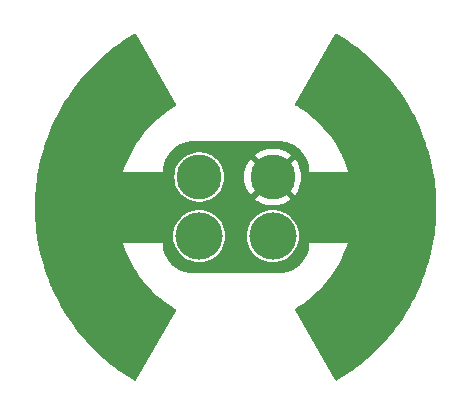
<source format=gbr>
%TF.GenerationSoftware,KiCad,Pcbnew,(7.0.0)*%
%TF.CreationDate,2024-02-03T20:29:28+01:00*%
%TF.ProjectId,Helios_emt,48656c69-6f73-45f6-956d-742e6b696361,rev?*%
%TF.SameCoordinates,PX9d5b340PY5f5e100*%
%TF.FileFunction,Copper,L2,Bot*%
%TF.FilePolarity,Positive*%
%FSLAX46Y46*%
G04 Gerber Fmt 4.6, Leading zero omitted, Abs format (unit mm)*
G04 Created by KiCad (PCBNEW (7.0.0)) date 2024-02-03 20:29:28*
%MOMM*%
%LPD*%
G01*
G04 APERTURE LIST*
%TA.AperFunction,ComponentPad*%
%ADD10C,3.800000*%
%TD*%
%TA.AperFunction,ComponentPad*%
%ADD11C,4.000000*%
%TD*%
G04 APERTURE END LIST*
D10*
%TO.P,J2,1,Pin_1*%
%TO.N,GND*%
X3148000Y2551000D03*
D11*
%TO.P,J2,2,Pin_2*%
%TO.N,VCC*%
X3148000Y-2449000D03*
%TD*%
D10*
%TO.P,J1,1,Pin_1*%
%TO.N,unconnected-(J1-Pin_1-Pad1)*%
X-3075000Y2551000D03*
D11*
%TO.P,J1,2,Pin_2*%
%TO.N,unconnected-(J1-Pin_2-Pad2)*%
X-3075000Y-2449000D03*
%TD*%
%TA.AperFunction,Conductor*%
%TO.N,GND*%
G36*
X-8470778Y14663472D02*
G01*
X-8423832Y14616821D01*
X-5261307Y9128910D01*
X-5037825Y8741103D01*
X-5020995Y8678089D01*
X-5037927Y8615102D01*
X-5084085Y8569020D01*
X-5219382Y8491055D01*
X-5219403Y8491043D01*
X-5220939Y8490157D01*
X-5222427Y8489183D01*
X-5222439Y8489175D01*
X-5695353Y8179421D01*
X-5695380Y8179403D01*
X-5696846Y8178442D01*
X-5698269Y8177390D01*
X-5698288Y8177376D01*
X-6152742Y7841156D01*
X-6152760Y7841143D01*
X-6154194Y7840081D01*
X-6155551Y7838952D01*
X-6155580Y7838929D01*
X-6590106Y7477330D01*
X-6590132Y7477308D01*
X-6591490Y7476177D01*
X-6592801Y7474954D01*
X-6592810Y7474945D01*
X-7005994Y7089147D01*
X-7007312Y7087916D01*
X-7008536Y7086636D01*
X-7008551Y7086620D01*
X-7399070Y6677854D01*
X-7400304Y6676562D01*
X-7401457Y6675210D01*
X-7401469Y6675195D01*
X-7768010Y6244836D01*
X-7768031Y6244811D01*
X-7769185Y6243455D01*
X-7770275Y6242018D01*
X-7770281Y6242009D01*
X-8111662Y5791450D01*
X-8111672Y5791437D01*
X-8112754Y5790008D01*
X-8113760Y5788511D01*
X-8113762Y5788507D01*
X-8428898Y5319178D01*
X-8428916Y5319152D01*
X-8429892Y5317696D01*
X-8430792Y5316176D01*
X-8430795Y5316170D01*
X-8718653Y4829602D01*
X-8718666Y4829580D01*
X-8719565Y4828059D01*
X-8720384Y4826476D01*
X-8720395Y4826455D01*
X-8979995Y4324308D01*
X-8980008Y4324283D01*
X-8980829Y4322693D01*
X-8981557Y4321064D01*
X-8981571Y4321034D01*
X-9212092Y3804906D01*
X-9212102Y3804884D01*
X-9212834Y3803243D01*
X-9213473Y3801563D01*
X-9213477Y3801551D01*
X-9410076Y3283902D01*
X-9414823Y3271402D01*
X-9415354Y3269722D01*
X-9415366Y3269686D01*
X-9495586Y3015640D01*
X-9495586Y3015638D01*
X-9500466Y3000183D01*
X-9500541Y3000000D01*
X-9500532Y2999978D01*
X-9500627Y2999674D01*
X-9500175Y2999532D01*
X-9500099Y2999500D01*
X-9500077Y2999500D01*
X-9499674Y2999373D01*
X-9499634Y2999500D01*
X-6169886Y2998629D01*
X-6169288Y2998629D01*
X-6168886Y2998629D01*
X-6168886Y2999032D01*
X-6168846Y2999129D01*
X-6168881Y2999213D01*
X-6162471Y3114981D01*
X-6152123Y3288313D01*
X-6150591Y3301748D01*
X-6127970Y3435564D01*
X-6127789Y3436592D01*
X-6100711Y3585061D01*
X-6097869Y3597199D01*
X-6059218Y3731807D01*
X-6058531Y3734101D01*
X-6015132Y3873813D01*
X-6011271Y3884507D01*
X-5957171Y4015459D01*
X-5955686Y4018906D01*
X-5896555Y4150624D01*
X-5891976Y4159798D01*
X-5823078Y4284750D01*
X-5820740Y4288802D01*
X-5746584Y4411747D01*
X-5741565Y4419418D01*
X-5658873Y4536216D01*
X-5655354Y4540944D01*
X-5567243Y4653653D01*
X-5562059Y4659860D01*
X-5466671Y4766831D01*
X-5461893Y4771895D01*
X-5360946Y4873065D01*
X-5355854Y4877891D01*
X-5249100Y4973509D01*
X-5242920Y4978693D01*
X-5130389Y5067066D01*
X-5125692Y5070578D01*
X-5009077Y5153527D01*
X-5001408Y5158569D01*
X-4878616Y5233002D01*
X-4874602Y5235330D01*
X-4749775Y5304519D01*
X-4740622Y5309112D01*
X-4608914Y5368588D01*
X-4605723Y5369972D01*
X-4474721Y5424430D01*
X-4464090Y5428294D01*
X-4324436Y5472013D01*
X-4322036Y5472736D01*
X-4187642Y5511647D01*
X-4175524Y5514513D01*
X-4027224Y5541899D01*
X-4025939Y5542128D01*
X-3892297Y5565023D01*
X-3878860Y5566585D01*
X-3705712Y5577305D01*
X-3593207Y5583783D01*
X-3586123Y5583990D01*
X3658383Y5591346D01*
X3665494Y5591151D01*
X3777480Y5584895D01*
X3777673Y5584883D01*
X3951164Y5574440D01*
X3964632Y5572898D01*
X4098297Y5550237D01*
X4099565Y5550013D01*
X4247971Y5522873D01*
X4260096Y5520029D01*
X4394641Y5481331D01*
X4397055Y5480607D01*
X4536740Y5437148D01*
X4547433Y5433282D01*
X4678351Y5379132D01*
X4681766Y5377659D01*
X4813561Y5318426D01*
X4822750Y5313835D01*
X4947584Y5244935D01*
X4951786Y5242508D01*
X5074672Y5168322D01*
X5082386Y5163269D01*
X5199075Y5080586D01*
X5203867Y5077017D01*
X5316553Y4988857D01*
X5322787Y4983647D01*
X5429687Y4888253D01*
X5434793Y4883432D01*
X5535953Y4782424D01*
X5540803Y4777303D01*
X5636347Y4670560D01*
X5641554Y4664348D01*
X5681884Y4612959D01*
X5729886Y4551793D01*
X5733463Y4547006D01*
X5816330Y4430428D01*
X5821401Y4422709D01*
X5895744Y4299982D01*
X5898196Y4295753D01*
X5937481Y4224829D01*
X5967276Y4171038D01*
X5971898Y4161821D01*
X6031287Y4030210D01*
X6032799Y4026720D01*
X6087137Y3895908D01*
X6091032Y3885185D01*
X6134671Y3745660D01*
X6135454Y3743061D01*
X6174316Y3608716D01*
X6177188Y3596556D01*
X6204527Y3448321D01*
X6204812Y3446717D01*
X6227633Y3313332D01*
X6229199Y3299837D01*
X6240023Y3124293D01*
X6240055Y3123758D01*
X6245578Y3027515D01*
X6245578Y3027512D01*
X6246540Y3010759D01*
X6246492Y3010642D01*
X6246532Y3010545D01*
X6246533Y3010141D01*
X6247105Y3010143D01*
X9542143Y3012924D01*
X9542184Y3012797D01*
X9542586Y3012924D01*
X9542609Y3012924D01*
X9542684Y3012956D01*
X9543137Y3013098D01*
X9543041Y3013402D01*
X9543051Y3013424D01*
X9542981Y3013593D01*
X9457104Y3285598D01*
X9254593Y3818964D01*
X9022028Y4339928D01*
X9004901Y4373079D01*
X8760983Y4845218D01*
X8760979Y4845224D01*
X8760166Y4846799D01*
X8469857Y5337931D01*
X8152042Y5811728D01*
X7807755Y6266653D01*
X7438113Y6701227D01*
X7069238Y7087916D01*
X7045550Y7112748D01*
X7045540Y7112758D01*
X7044317Y7114040D01*
X6627646Y7503752D01*
X6189452Y7869095D01*
X6188017Y7870159D01*
X6188003Y7870170D01*
X5732611Y8207808D01*
X5732604Y8207813D01*
X5731158Y8208885D01*
X5541431Y8333459D01*
X5255773Y8521021D01*
X5255763Y8521027D01*
X5254254Y8522018D01*
X5252701Y8522915D01*
X5252687Y8522924D01*
X5168192Y8571745D01*
X5116457Y8601638D01*
X5070418Y8647662D01*
X5053495Y8710522D01*
X5070205Y8773438D01*
X8422685Y14616489D01*
X8469611Y14663267D01*
X8533786Y14679768D01*
X8597458Y14661427D01*
X9175822Y14309571D01*
X9180853Y14306344D01*
X9661767Y13981422D01*
X9661910Y13981263D01*
X9661939Y13981305D01*
X9853484Y13851427D01*
X9858187Y13848078D01*
X10271481Y13539189D01*
X10509196Y13360496D01*
X10513531Y13357082D01*
X10800374Y13120599D01*
X10890131Y13046600D01*
X10890507Y13046288D01*
X11140375Y12838655D01*
X11144537Y12835040D01*
X11494330Y12517501D01*
X11494615Y12517240D01*
X11494908Y12516972D01*
X11745740Y12286976D01*
X11749622Y12283261D01*
X12076899Y11956413D01*
X12077441Y11955868D01*
X12323804Y11706810D01*
X12327407Y11703014D01*
X12552629Y11455568D01*
X12634296Y11365842D01*
X12634871Y11365205D01*
X12873256Y11099476D01*
X12876581Y11095616D01*
X13163858Y10748092D01*
X13164522Y10747282D01*
X13392808Y10466399D01*
X13395857Y10462493D01*
X13664045Y10104636D01*
X13664752Y10103683D01*
X13881254Y9809051D01*
X13884031Y9805117D01*
X14133269Y9437261D01*
X14134007Y9436159D01*
X14337465Y9128956D01*
X14339974Y9125010D01*
X14570202Y8747685D01*
X14570958Y8746430D01*
X14760392Y8427683D01*
X14762621Y8423774D01*
X14973765Y8037476D01*
X14974508Y8036096D01*
X15149012Y7706935D01*
X15151004Y7703015D01*
X15342878Y7308403D01*
X15343630Y7306828D01*
X15502492Y6968268D01*
X15504235Y6964384D01*
X15676617Y6562207D01*
X15677346Y6560469D01*
X15819951Y6213525D01*
X15821455Y6209692D01*
X15974169Y5800622D01*
X15974861Y5798720D01*
X16100718Y5444316D01*
X16101990Y5440547D01*
X16158283Y5264607D01*
X16234780Y5025517D01*
X16235402Y5023512D01*
X16279247Y4877907D01*
X16344098Y4662541D01*
X16345149Y4658849D01*
X16457855Y4238590D01*
X16458431Y4236360D01*
X16549540Y3869991D01*
X16550380Y3866388D01*
X16642844Y3441706D01*
X16643337Y3439326D01*
X16644108Y3435425D01*
X16716578Y3068479D01*
X16717219Y3064978D01*
X16789272Y2636864D01*
X16789674Y2634313D01*
X16844827Y2259869D01*
X16845279Y2256479D01*
X16896819Y1825777D01*
X16897114Y1823071D01*
X16933987Y1446071D01*
X16934263Y1442802D01*
X16965222Y1010299D01*
X16965394Y1007443D01*
X16983854Y629044D01*
X16983968Y625905D01*
X16994296Y192451D01*
X16994332Y189450D01*
X16994332Y-189450D01*
X16994296Y-192451D01*
X16983968Y-625903D01*
X16983854Y-629042D01*
X16965394Y-1007441D01*
X16965222Y-1010297D01*
X16934263Y-1442800D01*
X16933987Y-1446069D01*
X16897114Y-1823069D01*
X16896819Y-1825775D01*
X16845279Y-2256477D01*
X16844827Y-2259867D01*
X16789674Y-2634311D01*
X16789272Y-2636862D01*
X16717219Y-3064976D01*
X16716578Y-3068477D01*
X16643340Y-3439312D01*
X16642844Y-3441704D01*
X16550380Y-3866386D01*
X16549540Y-3869989D01*
X16458431Y-4236358D01*
X16457855Y-4238588D01*
X16345149Y-4658847D01*
X16344098Y-4662539D01*
X16235410Y-5023486D01*
X16234768Y-5025553D01*
X16101990Y-5440545D01*
X16100718Y-5444314D01*
X15974861Y-5798718D01*
X15974169Y-5800620D01*
X15821455Y-6209690D01*
X15819951Y-6213523D01*
X15677346Y-6560467D01*
X15676617Y-6562205D01*
X15504235Y-6964382D01*
X15502492Y-6968266D01*
X15343630Y-7306826D01*
X15342878Y-7308401D01*
X15151004Y-7703013D01*
X15149012Y-7706933D01*
X14974508Y-8036094D01*
X14973747Y-8037508D01*
X14762639Y-8423740D01*
X14760392Y-8427681D01*
X14570958Y-8746428D01*
X14570202Y-8747683D01*
X14339974Y-9125008D01*
X14337465Y-9128954D01*
X14134007Y-9436157D01*
X14133269Y-9437259D01*
X13884031Y-9805115D01*
X13881254Y-9809049D01*
X13664752Y-10103681D01*
X13664045Y-10104634D01*
X13395857Y-10462491D01*
X13392808Y-10466397D01*
X13164522Y-10747280D01*
X13163858Y-10748090D01*
X12876581Y-11095614D01*
X12873256Y-11099474D01*
X12634871Y-11365203D01*
X12634263Y-11365877D01*
X12327407Y-11703012D01*
X12323804Y-11706808D01*
X12077441Y-11955866D01*
X12076899Y-11956411D01*
X11749622Y-12283259D01*
X11745740Y-12286974D01*
X11494710Y-12517152D01*
X11494245Y-12517576D01*
X11144537Y-12835038D01*
X11140375Y-12838653D01*
X10890507Y-13046286D01*
X10890131Y-13046598D01*
X10513570Y-13357050D01*
X10509128Y-13360547D01*
X10271866Y-13538899D01*
X10271587Y-13539109D01*
X9858203Y-13848065D01*
X9853485Y-13851425D01*
X9661940Y-13981304D01*
X9661766Y-13981421D01*
X9180863Y-14306336D01*
X9175811Y-14309577D01*
X8597255Y-14661548D01*
X8533659Y-14679889D01*
X8469541Y-14663465D01*
X8422595Y-14616809D01*
X5037270Y-8741416D01*
X5020445Y-8678403D01*
X5037382Y-8615417D01*
X5083540Y-8569340D01*
X5220424Y-8490473D01*
X5696391Y-8178759D01*
X6153795Y-7840394D01*
X6591146Y-7476480D01*
X7007020Y-7088204D01*
X7400061Y-6676831D01*
X7768988Y-6243700D01*
X8112600Y-5790224D01*
X8429776Y-5317880D01*
X8719483Y-4828207D01*
X8980777Y-4322802D01*
X9212807Y-3803310D01*
X9414816Y-3271424D01*
X9500465Y-3000182D01*
X9500541Y-3000000D01*
X9500531Y-2999977D01*
X9500627Y-2999674D01*
X9500174Y-2999531D01*
X9500099Y-2999500D01*
X9500076Y-2999499D01*
X9499674Y-2999373D01*
X9499633Y-2999499D01*
X9481561Y-2999490D01*
X9481558Y-2999490D01*
X6264405Y-2998055D01*
X6264401Y-2998055D01*
X6249019Y-2998049D01*
X6249019Y-2998048D01*
X6248501Y-2998049D01*
X6248422Y-2998049D01*
X6248421Y-2998049D01*
X6248019Y-2998050D01*
X6248019Y-2998452D01*
X6247980Y-2998549D01*
X6248014Y-2998632D01*
X6247084Y-3015555D01*
X6247084Y-3015557D01*
X6241663Y-3114263D01*
X6241632Y-3114806D01*
X6231393Y-3287612D01*
X6229860Y-3301107D01*
X6207343Y-3434661D01*
X6207062Y-3436267D01*
X6180123Y-3584333D01*
X6177279Y-3596502D01*
X6138756Y-3730878D01*
X6137979Y-3733483D01*
X6094693Y-3873037D01*
X6090822Y-3883772D01*
X6036821Y-4014636D01*
X6035317Y-4018131D01*
X5976264Y-4149814D01*
X5971656Y-4159054D01*
X5902889Y-4283881D01*
X5900446Y-4288119D01*
X5826454Y-4410899D01*
X5821400Y-4418630D01*
X5738808Y-4535382D01*
X5735238Y-4540182D01*
X5647246Y-4652822D01*
X5642023Y-4659080D01*
X5546757Y-4765991D01*
X5541911Y-4771131D01*
X5441077Y-4872260D01*
X5435950Y-4877122D01*
X5329322Y-4972693D01*
X5323078Y-4977935D01*
X5210677Y-5066266D01*
X5205890Y-5069848D01*
X5089411Y-5152758D01*
X5081693Y-5157836D01*
X4959082Y-5232212D01*
X4954851Y-5234667D01*
X4830245Y-5303785D01*
X4821019Y-5308419D01*
X4689563Y-5367830D01*
X4686071Y-5369345D01*
X4555302Y-5423751D01*
X4544581Y-5427652D01*
X4405170Y-5471340D01*
X4402608Y-5472113D01*
X4312438Y-5498247D01*
X4268304Y-5511039D01*
X4256144Y-5513918D01*
X4108096Y-5541299D01*
X4106490Y-5541585D01*
X3973114Y-5564471D01*
X3959598Y-5566045D01*
X3777364Y-5577337D01*
X3776846Y-5577368D01*
X3675130Y-5583251D01*
X3668101Y-5583461D01*
X-3601032Y-5597627D01*
X-3608342Y-5597429D01*
X-3720068Y-5591155D01*
X-3720611Y-5591123D01*
X-3893719Y-5580653D01*
X-3907216Y-5579103D01*
X-4040595Y-5556443D01*
X-4042203Y-5556159D01*
X-4190341Y-5529012D01*
X-4202509Y-5526152D01*
X-4336765Y-5487475D01*
X-4339370Y-5486694D01*
X-4478906Y-5443213D01*
X-4489638Y-5439327D01*
X-4620390Y-5385169D01*
X-4623884Y-5383660D01*
X-4755499Y-5324426D01*
X-4764736Y-5319805D01*
X-4889407Y-5250903D01*
X-4893643Y-5248453D01*
X-5016381Y-5174256D01*
X-5024109Y-5169188D01*
X-5140660Y-5086492D01*
X-5145453Y-5082917D01*
X-5258029Y-4994722D01*
X-5264253Y-4989513D01*
X-5371006Y-4894114D01*
X-5376127Y-4889272D01*
X-5477137Y-4788264D01*
X-5481992Y-4783128D01*
X-5577377Y-4676394D01*
X-5582612Y-4670141D01*
X-5596181Y-4652822D01*
X-5670785Y-4557597D01*
X-5674359Y-4552806D01*
X-5702458Y-4513205D01*
X-5757087Y-4436214D01*
X-5762133Y-4428519D01*
X-5836344Y-4305760D01*
X-5838763Y-4301578D01*
X-5907693Y-4176862D01*
X-5912312Y-4167629D01*
X-5920598Y-4149219D01*
X-5971562Y-4035983D01*
X-5973026Y-4032595D01*
X-6027225Y-3901750D01*
X-6031095Y-3891061D01*
X-6074612Y-3751415D01*
X-6075346Y-3748965D01*
X-6114047Y-3614637D01*
X-6116903Y-3602489D01*
X-6144087Y-3454155D01*
X-6144309Y-3452901D01*
X-6166998Y-3319371D01*
X-6168546Y-3305884D01*
X-6179383Y-3126382D01*
X-6185527Y-3016994D01*
X-6185456Y-3016824D01*
X-6185497Y-3016725D01*
X-6185497Y-3016324D01*
X-6185898Y-3016324D01*
X-6202110Y-3016318D01*
X-9530684Y-3015126D01*
X-9530686Y-3015126D01*
X-9549099Y-3015120D01*
X-9549139Y-3014993D01*
X-9549542Y-3015120D01*
X-9549564Y-3015120D01*
X-9549640Y-3015151D01*
X-9550092Y-3015294D01*
X-9549997Y-3015597D01*
X-9550006Y-3015620D01*
X-9549937Y-3015788D01*
X-9545197Y-3030799D01*
X-9545197Y-3030801D01*
X-9464382Y-3286727D01*
X-9463841Y-3288439D01*
X-9463204Y-3290116D01*
X-9261439Y-3821366D01*
X-9261432Y-3821384D01*
X-9260795Y-3823060D01*
X-9027577Y-4345224D01*
X-9026754Y-4346815D01*
X-9026753Y-4346818D01*
X-8765774Y-4851630D01*
X-8765763Y-4851651D01*
X-8764945Y-4853232D01*
X-8764030Y-4854779D01*
X-8764027Y-4854784D01*
X-8485192Y-5326097D01*
X-8473756Y-5345426D01*
X-8472763Y-5346905D01*
X-8472761Y-5346908D01*
X-8169386Y-5798718D01*
X-8154958Y-5820204D01*
X-8153869Y-5821642D01*
X-8153862Y-5821651D01*
X-7835169Y-6242261D01*
X-7809590Y-6276020D01*
X-7438777Y-6711387D01*
X-7043728Y-7124887D01*
X-7042417Y-7126111D01*
X-7042411Y-7126117D01*
X-6627053Y-7513938D01*
X-6625729Y-7515174D01*
X-6186142Y-7880975D01*
X-5976379Y-8036160D01*
X-5727836Y-8220036D01*
X-5727828Y-8220041D01*
X-5726400Y-8221098D01*
X-5248001Y-8534436D01*
X-5187429Y-8569339D01*
X-5109863Y-8614035D01*
X-5063704Y-8660117D01*
X-5046771Y-8723105D01*
X-5063602Y-8786121D01*
X-8423830Y-14616821D01*
X-8470778Y-14663472D01*
X-8534893Y-14679893D01*
X-8598486Y-14661552D01*
X-9177049Y-14309577D01*
X-9182101Y-14306336D01*
X-9663005Y-13981421D01*
X-9663147Y-13981259D01*
X-9663177Y-13981304D01*
X-9854723Y-13851425D01*
X-9859442Y-13848064D01*
X-10272927Y-13539031D01*
X-10273206Y-13538822D01*
X-10510357Y-13360554D01*
X-10514799Y-13357057D01*
X-10891498Y-13046493D01*
X-10891874Y-13046181D01*
X-11141603Y-12838663D01*
X-11145765Y-12835048D01*
X-11495684Y-12517394D01*
X-11496148Y-12516970D01*
X-11523061Y-12492293D01*
X-11746984Y-12286971D01*
X-11750810Y-12283310D01*
X-12078254Y-11956295D01*
X-12078681Y-11955866D01*
X-12325044Y-11706808D01*
X-12328647Y-11703012D01*
X-12635525Y-11365852D01*
X-12636133Y-11365178D01*
X-12874497Y-11099474D01*
X-12877822Y-11095614D01*
X-13165093Y-10748096D01*
X-13165757Y-10747286D01*
X-13394050Y-10466394D01*
X-13397099Y-10462488D01*
X-13665294Y-10104622D01*
X-13666001Y-10103669D01*
X-13882487Y-9809060D01*
X-13885264Y-9805126D01*
X-14134526Y-9437234D01*
X-14135264Y-9436132D01*
X-14338703Y-9128958D01*
X-14341212Y-9125012D01*
X-14341214Y-9125008D01*
X-14571535Y-8747531D01*
X-14572201Y-8746425D01*
X-14761635Y-8427675D01*
X-14763827Y-8423831D01*
X-14975090Y-8037316D01*
X-14975712Y-8036160D01*
X-15150259Y-7706920D01*
X-15152226Y-7703048D01*
X-15344168Y-7308298D01*
X-15344844Y-7306881D01*
X-15503731Y-6968266D01*
X-15505469Y-6964393D01*
X-15540860Y-6881824D01*
X-15677900Y-6562104D01*
X-15678586Y-6560467D01*
X-15821202Y-6213497D01*
X-15822676Y-6209739D01*
X-15975444Y-5800525D01*
X-15976101Y-5798718D01*
X-16101963Y-5444302D01*
X-16103228Y-5440550D01*
X-16236070Y-5025351D01*
X-16236614Y-5023602D01*
X-16345350Y-4662495D01*
X-16346363Y-4658938D01*
X-16459121Y-4238489D01*
X-16459648Y-4236448D01*
X-16550787Y-3869958D01*
X-16551615Y-3866405D01*
X-16644100Y-3441625D01*
X-16644579Y-3439312D01*
X-16717818Y-3068477D01*
X-16718449Y-3065030D01*
X-16723710Y-3033769D01*
X-16790542Y-2636676D01*
X-16790915Y-2634308D01*
X-16818209Y-2449000D01*
X-5280222Y-2449000D01*
X-5261356Y-2736839D01*
X-5260553Y-2740880D01*
X-5260552Y-2740881D01*
X-5205923Y-3015523D01*
X-5205081Y-3019753D01*
X-5203756Y-3023659D01*
X-5203754Y-3023663D01*
X-5156857Y-3161816D01*
X-5112359Y-3292902D01*
X-5054515Y-3410199D01*
X-4991979Y-3537010D01*
X-4984778Y-3551611D01*
X-4824520Y-3791454D01*
X-4634327Y-4008327D01*
X-4417454Y-4198520D01*
X-4177611Y-4358778D01*
X-3918902Y-4486359D01*
X-3645753Y-4579081D01*
X-3362839Y-4635356D01*
X-3075000Y-4654222D01*
X-2787161Y-4635356D01*
X-2504247Y-4579081D01*
X-2231098Y-4486359D01*
X-1972389Y-4358778D01*
X-1732546Y-4198520D01*
X-1515673Y-4008327D01*
X-1325480Y-3791454D01*
X-1165222Y-3551611D01*
X-1037641Y-3292902D01*
X-944919Y-3019753D01*
X-888644Y-2736839D01*
X-869778Y-2449000D01*
X942778Y-2449000D01*
X961644Y-2736839D01*
X962447Y-2740880D01*
X962448Y-2740881D01*
X1017077Y-3015523D01*
X1017919Y-3019753D01*
X1019244Y-3023659D01*
X1019246Y-3023663D01*
X1066143Y-3161816D01*
X1110641Y-3292902D01*
X1168485Y-3410199D01*
X1231021Y-3537010D01*
X1238222Y-3551611D01*
X1398480Y-3791454D01*
X1588673Y-4008327D01*
X1805546Y-4198520D01*
X2045389Y-4358778D01*
X2304098Y-4486359D01*
X2577247Y-4579081D01*
X2860161Y-4635356D01*
X3148000Y-4654222D01*
X3435839Y-4635356D01*
X3718753Y-4579081D01*
X3991902Y-4486359D01*
X4250611Y-4358778D01*
X4490454Y-4198520D01*
X4707327Y-4008327D01*
X4897520Y-3791454D01*
X5057778Y-3551611D01*
X5185359Y-3292902D01*
X5278081Y-3019753D01*
X5334356Y-2736839D01*
X5353222Y-2449000D01*
X5334356Y-2161161D01*
X5278081Y-1878247D01*
X5185359Y-1605098D01*
X5057778Y-1346389D01*
X4897520Y-1106546D01*
X4707327Y-889673D01*
X4490454Y-699480D01*
X4250611Y-539222D01*
X4246911Y-537397D01*
X4246907Y-537395D01*
X4109199Y-469485D01*
X3991902Y-411641D01*
X3972368Y-405010D01*
X3722663Y-320246D01*
X3722659Y-320244D01*
X3718753Y-318919D01*
X3714705Y-318113D01*
X3714702Y-318113D01*
X3439881Y-263448D01*
X3439880Y-263447D01*
X3435839Y-262644D01*
X3431728Y-262374D01*
X3431724Y-262374D01*
X3152119Y-244048D01*
X3148000Y-243778D01*
X3143881Y-244048D01*
X2864275Y-262374D01*
X2864269Y-262374D01*
X2860161Y-262644D01*
X2856120Y-263447D01*
X2856118Y-263448D01*
X2581297Y-318113D01*
X2581291Y-318114D01*
X2577247Y-318919D01*
X2573344Y-320243D01*
X2573336Y-320246D01*
X2307997Y-410317D01*
X2307990Y-410319D01*
X2304098Y-411641D01*
X2300405Y-413462D01*
X2300403Y-413463D01*
X2049092Y-537395D01*
X2049081Y-537401D01*
X2045389Y-539222D01*
X2041960Y-541512D01*
X2041955Y-541516D01*
X1808977Y-697187D01*
X1808972Y-697190D01*
X1805546Y-699480D01*
X1802451Y-702193D01*
X1802446Y-702198D01*
X1591761Y-886964D01*
X1591753Y-886971D01*
X1588673Y-889673D01*
X1585971Y-892753D01*
X1585964Y-892761D01*
X1401198Y-1103446D01*
X1401193Y-1103451D01*
X1398480Y-1106546D01*
X1396190Y-1109972D01*
X1396187Y-1109977D01*
X1240516Y-1342955D01*
X1240512Y-1342960D01*
X1238222Y-1346389D01*
X1236401Y-1350081D01*
X1236395Y-1350092D01*
X1189065Y-1446069D01*
X1110641Y-1605098D01*
X1109319Y-1608990D01*
X1109317Y-1608997D01*
X1019246Y-1874336D01*
X1019243Y-1874344D01*
X1017919Y-1878247D01*
X961644Y-2161161D01*
X961374Y-2165269D01*
X961374Y-2165275D01*
X955394Y-2256521D01*
X942778Y-2449000D01*
X-869778Y-2449000D01*
X-888644Y-2161161D01*
X-944919Y-1878247D01*
X-1037641Y-1605098D01*
X-1165222Y-1346389D01*
X-1325480Y-1106546D01*
X-1515673Y-889673D01*
X-1732546Y-699480D01*
X-1972389Y-539222D01*
X-1976089Y-537397D01*
X-1976093Y-537395D01*
X-2113801Y-469485D01*
X-2231098Y-411641D01*
X-2250632Y-405010D01*
X-2500337Y-320246D01*
X-2500341Y-320244D01*
X-2504247Y-318919D01*
X-2508295Y-318113D01*
X-2508298Y-318113D01*
X-2783119Y-263448D01*
X-2783120Y-263447D01*
X-2787161Y-262644D01*
X-2791272Y-262374D01*
X-2791276Y-262374D01*
X-3070881Y-244048D01*
X-3075000Y-243778D01*
X-3079119Y-244048D01*
X-3358725Y-262374D01*
X-3358731Y-262374D01*
X-3362839Y-262644D01*
X-3366880Y-263447D01*
X-3366882Y-263448D01*
X-3641703Y-318113D01*
X-3641709Y-318114D01*
X-3645753Y-318919D01*
X-3649656Y-320243D01*
X-3649664Y-320246D01*
X-3915003Y-410317D01*
X-3915010Y-410319D01*
X-3918902Y-411641D01*
X-3922595Y-413462D01*
X-3922597Y-413463D01*
X-4173908Y-537395D01*
X-4173919Y-537401D01*
X-4177611Y-539222D01*
X-4181040Y-541512D01*
X-4181045Y-541516D01*
X-4414023Y-697187D01*
X-4414028Y-697190D01*
X-4417454Y-699480D01*
X-4420549Y-702193D01*
X-4420554Y-702198D01*
X-4631239Y-886964D01*
X-4631247Y-886971D01*
X-4634327Y-889673D01*
X-4637029Y-892753D01*
X-4637036Y-892761D01*
X-4821802Y-1103446D01*
X-4821807Y-1103451D01*
X-4824520Y-1106546D01*
X-4826810Y-1109972D01*
X-4826813Y-1109977D01*
X-4982484Y-1342955D01*
X-4982488Y-1342960D01*
X-4984778Y-1346389D01*
X-4986599Y-1350081D01*
X-4986605Y-1350092D01*
X-5033935Y-1446069D01*
X-5112359Y-1605098D01*
X-5113681Y-1608990D01*
X-5113683Y-1608997D01*
X-5203754Y-1874336D01*
X-5203757Y-1874344D01*
X-5205081Y-1878247D01*
X-5261356Y-2161161D01*
X-5261626Y-2165269D01*
X-5261626Y-2165275D01*
X-5267606Y-2256521D01*
X-5280222Y-2449000D01*
X-16818209Y-2449000D01*
X-16846067Y-2259867D01*
X-16846513Y-2256521D01*
X-16858408Y-2157118D01*
X-16898077Y-1825613D01*
X-16898354Y-1823069D01*
X-16935227Y-1446069D01*
X-16935492Y-1442928D01*
X-16966469Y-1010191D01*
X-16966634Y-1007438D01*
X-16985099Y-628954D01*
X-16985204Y-626074D01*
X-16995535Y-192409D01*
X-16995571Y-189408D01*
X-16995571Y189408D01*
X-16995535Y192409D01*
X-16993978Y257781D01*
X-16985204Y626080D01*
X-16985099Y628949D01*
X-16966634Y1007449D01*
X-16966469Y1010181D01*
X-16935491Y1442942D01*
X-16935227Y1446071D01*
X-16898353Y1823091D01*
X-16898080Y1825589D01*
X-16846508Y2256568D01*
X-16846067Y2259869D01*
X-16803185Y2551000D01*
X-5180408Y2551000D01*
X-5160798Y2264314D01*
X-5102334Y1982968D01*
X-5100898Y1978926D01*
X-5100896Y1978921D01*
X-5007545Y1716256D01*
X-5007542Y1716249D01*
X-5006104Y1712203D01*
X-5004123Y1708380D01*
X-4956872Y1617189D01*
X-4873901Y1457064D01*
X-4871416Y1453544D01*
X-4871412Y1453537D01*
X-4710675Y1225823D01*
X-4710671Y1225818D01*
X-4708189Y1222302D01*
X-4512053Y1012292D01*
X-4289147Y830945D01*
X-4043625Y681639D01*
X-3780058Y567156D01*
X-3503358Y489629D01*
X-3218678Y450500D01*
X-2935627Y450500D01*
X-2931322Y450500D01*
X-2646642Y489629D01*
X-2369942Y567156D01*
X-2118915Y676192D01*
X1635775Y676192D01*
X1643166Y667874D01*
X1851969Y516171D01*
X1858650Y511930D01*
X2117234Y369773D01*
X2124369Y366415D01*
X2398746Y257781D01*
X2406236Y255348D01*
X2692058Y181961D01*
X2699829Y180479D01*
X2992569Y143497D01*
X3000460Y143000D01*
X3295540Y143000D01*
X3303430Y143497D01*
X3596170Y180479D01*
X3603941Y181961D01*
X3889763Y255348D01*
X3897253Y257781D01*
X4171630Y366415D01*
X4178765Y369773D01*
X4437349Y511930D01*
X4444030Y516171D01*
X4652833Y667875D01*
X4660224Y676192D01*
X4654222Y685567D01*
X3159729Y2180061D01*
X3147999Y2186833D01*
X3136270Y2180061D01*
X1641776Y685567D01*
X1635775Y676192D01*
X-2118915Y676192D01*
X-2106375Y681639D01*
X-1860853Y830945D01*
X-1637947Y1012292D01*
X-1441811Y1222302D01*
X-1276099Y1457064D01*
X-1143896Y1712203D01*
X-1047666Y1982968D01*
X-989202Y2264314D01*
X-969863Y2547042D01*
X735488Y2547042D01*
X754014Y2252564D01*
X755007Y2244703D01*
X810295Y1954872D01*
X812266Y1947195D01*
X903446Y1666576D01*
X906361Y1659213D01*
X1031993Y1392231D01*
X1035805Y1385297D01*
X1193912Y1136159D01*
X1198557Y1129766D01*
X1263850Y1050840D01*
X1275335Y1042947D01*
X1287511Y1049724D01*
X2777059Y2539271D01*
X2783830Y2551000D01*
X3512167Y2551000D01*
X3518939Y2539271D01*
X5008487Y1049724D01*
X5020664Y1042946D01*
X5032146Y1050838D01*
X5097437Y1129760D01*
X5102090Y1136165D01*
X5260194Y1385297D01*
X5264006Y1392231D01*
X5389638Y1659213D01*
X5392553Y1666576D01*
X5483733Y1947195D01*
X5485704Y1954872D01*
X5540992Y2244703D01*
X5541985Y2252564D01*
X5560512Y2547042D01*
X5560512Y2554958D01*
X5541985Y2849437D01*
X5540992Y2857298D01*
X5485704Y3147129D01*
X5483733Y3154806D01*
X5392553Y3435425D01*
X5389638Y3442788D01*
X5264006Y3709770D01*
X5260194Y3716704D01*
X5102087Y3965842D01*
X5097442Y3972235D01*
X5032148Y4051162D01*
X5020663Y4059055D01*
X5008487Y4052278D01*
X3518939Y2562730D01*
X3512167Y2551000D01*
X2783830Y2551000D01*
X2783831Y2551001D01*
X2777059Y2562730D01*
X1287511Y4052278D01*
X1275335Y4059055D01*
X1263850Y4051162D01*
X1198557Y3972235D01*
X1193912Y3965842D01*
X1035805Y3716704D01*
X1031993Y3709770D01*
X906361Y3442788D01*
X903446Y3435425D01*
X812266Y3154806D01*
X810295Y3147129D01*
X755007Y2857298D01*
X754014Y2849437D01*
X735488Y2554958D01*
X735488Y2547042D01*
X-969863Y2547042D01*
X-969592Y2551000D01*
X-989202Y2837686D01*
X-1047666Y3119032D01*
X-1143896Y3389797D01*
X-1276099Y3644936D01*
X-1278589Y3648464D01*
X-1439326Y3876178D01*
X-1439329Y3876182D01*
X-1441811Y3879698D01*
X-1446314Y3884519D01*
X-1528235Y3972235D01*
X-1637947Y4089708D01*
X-1641284Y4092423D01*
X-1857518Y4268342D01*
X-1857521Y4268344D01*
X-1860853Y4271055D01*
X-2106375Y4420361D01*
X-2110315Y4422073D01*
X-2110320Y4422075D01*
X-2118919Y4425810D01*
X1635775Y4425810D01*
X1641776Y4416435D01*
X3136270Y2921941D01*
X3148000Y2915169D01*
X3159729Y2921941D01*
X4654222Y4416435D01*
X4660223Y4425810D01*
X4652832Y4434128D01*
X4444030Y4585830D01*
X4437349Y4590071D01*
X4178765Y4732228D01*
X4171630Y4735586D01*
X3897253Y4844220D01*
X3889763Y4846653D01*
X3603941Y4920040D01*
X3596170Y4921522D01*
X3303430Y4958504D01*
X3295540Y4959000D01*
X3000460Y4959000D01*
X2992569Y4958504D01*
X2699829Y4921522D01*
X2692058Y4920040D01*
X2406236Y4846653D01*
X2398746Y4844220D01*
X2124369Y4735586D01*
X2117234Y4732228D01*
X1858646Y4590069D01*
X1851969Y4585830D01*
X1643167Y4434128D01*
X1635775Y4425810D01*
X-2118919Y4425810D01*
X-2365995Y4533130D01*
X-2366001Y4533132D01*
X-2369942Y4534844D01*
X-2430434Y4551793D01*
X-2642496Y4611210D01*
X-2642505Y4611212D01*
X-2646642Y4612371D01*
X-2650903Y4612957D01*
X-2650914Y4612959D01*
X-2927054Y4650914D01*
X-2927064Y4650915D01*
X-2931322Y4651500D01*
X-3218678Y4651500D01*
X-3222936Y4650915D01*
X-3222947Y4650914D01*
X-3499087Y4612959D01*
X-3499101Y4612957D01*
X-3503358Y4612371D01*
X-3507493Y4611213D01*
X-3507505Y4611210D01*
X-3775915Y4536005D01*
X-3775918Y4536005D01*
X-3780058Y4534844D01*
X-3783996Y4533134D01*
X-3784006Y4533130D01*
X-4039681Y4422075D01*
X-4039692Y4422070D01*
X-4043625Y4420361D01*
X-4047292Y4418132D01*
X-4047298Y4418128D01*
X-4285474Y4273289D01*
X-4285478Y4273287D01*
X-4289147Y4271055D01*
X-4292474Y4268349D01*
X-4292483Y4268342D01*
X-4508717Y4092423D01*
X-4508726Y4092416D01*
X-4512053Y4089708D01*
X-4514985Y4086570D01*
X-4514990Y4086564D01*
X-4705251Y3882845D01*
X-4705259Y3882836D01*
X-4708189Y3879698D01*
X-4710665Y3876191D01*
X-4710675Y3876178D01*
X-4871412Y3648464D01*
X-4871421Y3648451D01*
X-4873901Y3644936D01*
X-4875882Y3641113D01*
X-4875888Y3641103D01*
X-5004123Y3393621D01*
X-5006104Y3389797D01*
X-5007540Y3385757D01*
X-5007545Y3385745D01*
X-5100896Y3123080D01*
X-5100899Y3123072D01*
X-5102334Y3119032D01*
X-5103208Y3114830D01*
X-5103208Y3114827D01*
X-5124753Y3011143D01*
X-5160798Y2837686D01*
X-5180408Y2551000D01*
X-16803185Y2551000D01*
X-16790910Y2634340D01*
X-16790547Y2636648D01*
X-16718440Y3065086D01*
X-16717816Y3068490D01*
X-16644559Y3439412D01*
X-16644109Y3441585D01*
X-16551609Y3866438D01*
X-16550795Y3869929D01*
X-16459635Y4236503D01*
X-16459137Y4238431D01*
X-16346354Y4658974D01*
X-16345361Y4662461D01*
X-16236594Y5023667D01*
X-16236091Y5025287D01*
X-16103209Y5440610D01*
X-16101976Y5444265D01*
X-15976043Y5798882D01*
X-15975476Y5800442D01*
X-15822661Y6209782D01*
X-15821219Y6213456D01*
X-15678518Y6560633D01*
X-15677942Y6562006D01*
X-15505450Y6964440D01*
X-15503746Y6968236D01*
X-15344790Y7306998D01*
X-15344226Y7308180D01*
X-15152204Y7703096D01*
X-15150284Y7706874D01*
X-14975641Y8036295D01*
X-14975169Y8037174D01*
X-14763801Y8423881D01*
X-14761663Y8427629D01*
X-14572107Y8746584D01*
X-14571643Y8747354D01*
X-14341180Y9125065D01*
X-14338736Y9128910D01*
X-14135123Y9436346D01*
X-14134684Y9437002D01*
X-13885219Y9805193D01*
X-13882533Y9808998D01*
X-13665823Y10103912D01*
X-13665491Y10104359D01*
X-13397066Y10462533D01*
X-13394083Y10466355D01*
X-13165530Y10747566D01*
X-13165401Y10747724D01*
X-12877769Y11095679D01*
X-12874551Y11099414D01*
X-12635787Y11365564D01*
X-12635784Y11365569D01*
X-12328596Y11703069D01*
X-12325073Y11706780D01*
X-12078554Y11955996D01*
X-11750762Y12283360D01*
X-11747035Y12286926D01*
X-11495960Y12517145D01*
X-11145726Y12835085D01*
X-11141642Y12838632D01*
X-10891697Y13046330D01*
X-10514750Y13357098D01*
X-10510434Y13360497D01*
X-10273296Y13538758D01*
X-10272957Y13539011D01*
X-10272927Y13539032D01*
X-10127477Y13647741D01*
X-9859413Y13848088D01*
X-9854761Y13851401D01*
X-9663177Y13981305D01*
X-9663152Y13981268D01*
X-9663013Y13981416D01*
X-9182072Y14306356D01*
X-9177079Y14309560D01*
X-8598486Y14661554D01*
X-8534894Y14679894D01*
X-8470778Y14663472D01*
G37*
%TD.AperFunction*%
%TD*%
M02*

</source>
